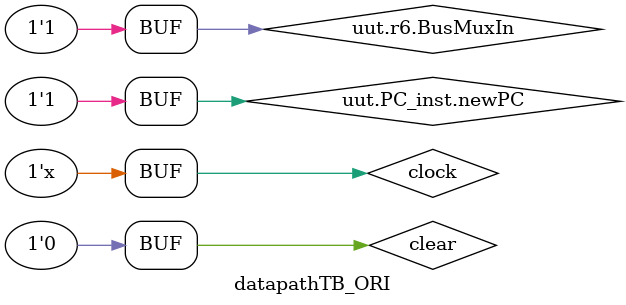
<source format=v>
/* TO DO:
	Fix T6 so that signals are actually driven for Read and MDRin
*/
`timescale 1ns/1ps

module datapathTB_ORI;

    // Clock and Reset
    reg clock;
    reg clear;
    reg PCout, Zhighout, Zlowout, MDRout; 
    reg MARin, PCin, MDRin, IRin, Yin, Zin;
    reg IncPC, Read, Write;
    reg Gra, Grb, Grc, BAout;
    reg [4:0] opcode;
    reg HIin, LOin, ZHighIn, ZLowIn;
    reg [8:0] Address;    
    reg [31:0] Mdatain;     
	 reg Rout, Rin;
	 reg Cout, HIout, LOout, Yout, InPortout;
	 reg CONin;
	 reg [31:0] external_input;
	 reg OutPortin;

    // OUTPUTS FROM DataPath (wires)
    wire R0out, R1out, R2out, R3out, R4out, R5out, R6out, R7out;
    wire R8out, R9out, R10out, R11out, R12out, R13out, R14out, R15out;
	 wire CON_out;
	 wire [31:0] external_output;
	 
	 parameter Default = 4'b0000, T0 = 4'b0111, T1 = 4'b1000, T2 = 4'b1001, T3 = 4'b1010, T4 = 4'b1011, T5 = 4'b1100, T6 = 4'b1101, T7 = 4'b1110;
    
	 reg [3:0] Present_state = Default;
	 
    // Instantiate DataPath
    DataPath uut (
        .clock(clock),
        .clear(clear),
        .PCout(PCout), 
        .Zhighout(Zhighout), 
        .Zlowout(Zlowout), 
        .MDRout(MDRout),
        .MARin(MARin), 
        .Rin(Rin),
        .PCin(PCin), 
        .MDRin(MDRin), 
        .IRin(IRin), 
        .Yin(Yin),
        .IncPC(IncPC), 
        .Read(Read), 
        .Write(Write),
        .Gra(Gra), 
        .Grb(Grb), 
        .Grc(Grc),
        .opcode(opcode),
        .HIin(HIin), 
        .LOin(LOin), 
        .ZHighIn(ZHighIn), 
        .ZLowIn(ZLowIn), 
        .Address(Address),
        .Mdatain(Mdatain),
        .BAout(BAout),
        .R0out(R0out), 
        .R1out(R1out), 
        .R2out(R2out), 
        .R3out(R3out),
        .R4out(R4out), 
        .R5out(R5out), 
        .R6out(R6out), 
        .R7out(R7out),
        .R8out(R8out), 
        .R9out(R9out), 
        .R10out(R10out), 
        .R11out(R11out),
        .R12out(R12out), 
        .R13out(R13out), 
        .R14out(R14out), 
        .R15out(R15out),
        .HIout(HIout), 
        .LOout(LOout),
        .Yout(Yout), 
        .InPortout(InPortout), 
        .Cout(Cout),   // Fixed naming (was CSignOut)
        .Rout(Rout),    // Added Rout
		  .CONin(CONin),
		  .InPortData(external_input),  // Input data to InPort
		  .OutPortData(external_output), // Output data from OutPort
        .OutPortin(OutPortin)        // Control signal for writing output
    );

    
   initial begin
      clock = 0;
		clear = 0;
		// Case 1 
		uut.PC_inst.newPC = 32'h11;
		uut.r6.BusMuxIn = 32'h1703;
   end
	 
	always 
		#10  clock <= ~clock;
		
	always @(posedge clock) begin
    case (Present_state)
        Default: Present_state <= T0;
        T0:      Present_state <= T1;
        T1:      Present_state <= T2;
        T2:      Present_state <= T3;
        T3:      Present_state <= T4;
        T4:      Present_state <= T5;
        T5:      Present_state <= T6;
        T6:      Present_state <= T7;
        T7:      Present_state <= Default; // Reset or stop
		endcase
	end 
	
	always @(Present_state) begin
			case (Present_state)
				Default: begin
                PCout <= 0;         Zhighout <= 0;      Zlowout <= 0;      MDRout <= 0;
                MARin <= 0;         PCin <= 0;          MDRin <= 0;        IRin <= 0;          Yin <= 0;
                IncPC <= 0;         Read <= 0;          Write <= 0;
                Gra <= 0;           Grb <= 0;           Grc <= 0;          opcode <= 0;
                HIin <= 0;          LOin <= 0;          ZHighIn <= 0;      ZLowIn <= 0; 
                Address <= 9'h0;    Mdatain <= 32'h0;
                Cout <= 0; 
					 CONin <= 0;
            end
				
			T0: begin 
                    MARin <= 1;     IncPC <= 1; PCout <= 1; ZLowIn <= 1; 
 
            end

			T1: begin 
					     MARin <= 0;     IncPC <= 0; PCout <= 0; ZLowIn <= 0;  
						  Zlowout <= 1; PCin <= 1; Read <= 1; MDRin <= 1;
            end

			T2: begin 
						  Zlowout <= 0; PCin <= 0; Read <= 0; MDRin <= 0;
                    MDRout <= 1;    IRin <= 1; 
            end

			  T3: begin 
			  			  MDRout <= 0;     		 IRin <= 0;
                    Grb <= 1;           Rout <= 1;      	Yin <= 1;						
            end

			  T4: begin 
			          Grb <= 0;         		 Rout <= 0;       	Yin <= 0;
                   Cout <= 1;          opcode <= 5'b00110;   	ZLowIn <= 1;
            end

			  T5: begin 
			  			 Cout <= 0;          ZLowIn <= 0;
                   Zlowout <= 1;       Rin <= 1;      Gra <= 1;
            end
		endcase
	end

endmodule
</source>
